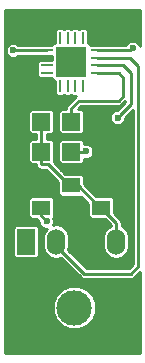
<source format=gbr>
G04 #@! TF.FileFunction,Copper,L2,Bot,Signal*
%FSLAX46Y46*%
G04 Gerber Fmt 4.6, Leading zero omitted, Abs format (unit mm)*
G04 Created by KiCad (PCBNEW 0.201601191447+6495~42~ubuntu14.04.1-product) date Wed 20 Jan 2016 18:36:10 CET*
%MOMM*%
G01*
G04 APERTURE LIST*
%ADD10C,0.200000*%
%ADD11R,1.000000X0.250000*%
%ADD12R,0.250000X1.000000*%
%ADD13R,2.600000X2.600000*%
%ADD14R,1.498600X1.300480*%
%ADD15R,1.524000X2.199640*%
%ADD16O,1.524000X2.199640*%
%ADD17R,1.501140X1.501140*%
%ADD18C,2.999740*%
%ADD19C,0.600000*%
%ADD20C,0.250000*%
%ADD21C,0.254000*%
G04 APERTURE END LIST*
D10*
D11*
X153289000Y-72707500D03*
X153289000Y-73342500D03*
X153289000Y-73977500D03*
X153289000Y-74612500D03*
D12*
X152082500Y-75755500D03*
X151447500Y-75755500D03*
X150812500Y-75755500D03*
X150177500Y-75755500D03*
D11*
X149034500Y-74612500D03*
X149034500Y-73977500D03*
X149034500Y-73342500D03*
X149034500Y-72707500D03*
D12*
X150177500Y-71628000D03*
X150812500Y-71628000D03*
X151447500Y-71628000D03*
X152082500Y-71628000D03*
D13*
X151130000Y-73660000D03*
D14*
X151130000Y-84137500D03*
X151130000Y-86042500D03*
X148590000Y-86042500D03*
X148590000Y-84137500D03*
X153670000Y-86042500D03*
X153670000Y-84137500D03*
D15*
X147320000Y-88900000D03*
D16*
X149860000Y-88900000D03*
X152400000Y-88900000D03*
X154940000Y-88900000D03*
D17*
X153670000Y-78740000D03*
X148590000Y-78740000D03*
X151130000Y-81280000D03*
X151130000Y-78740000D03*
X148590000Y-81280000D03*
X153670000Y-81280000D03*
D18*
X151384000Y-94488000D03*
D19*
X146189700Y-72710040D03*
X150450400Y-82731200D03*
X149052900Y-87200100D03*
X156324300Y-72511920D03*
X155050600Y-78398812D03*
X152397600Y-81274100D03*
D20*
X154940000Y-88900000D02*
X154937190Y-88902810D01*
X154937190Y-88902810D02*
X154937190Y-87309690D01*
X154937190Y-87309690D02*
X153670000Y-86042500D01*
X153670000Y-86042500D02*
X153570940Y-86042500D01*
X153570940Y-86042500D02*
X151665940Y-84137500D01*
X151665940Y-84137500D02*
X151130000Y-84137500D01*
X146192240Y-72707500D02*
X146189700Y-72710040D01*
X149034500Y-72707500D02*
X146192240Y-72707500D01*
X148590000Y-78740000D02*
X148590000Y-81280000D01*
X148590000Y-81280000D02*
X148590000Y-82355900D01*
X150972300Y-84137500D02*
X151130000Y-84137500D01*
X149190700Y-82355900D02*
X150972300Y-84137500D01*
X148590000Y-82355900D02*
X149190700Y-82355900D01*
X156044800Y-86413240D02*
X153769060Y-84137500D01*
X156044800Y-89695400D02*
X156044800Y-86413240D01*
X155377100Y-90363100D02*
X156044800Y-89695400D01*
X153525280Y-90363100D02*
X155377100Y-90363100D01*
X152400000Y-89237820D02*
X153525280Y-90363100D01*
X152400000Y-88900000D02*
X152400000Y-89237820D01*
X153769060Y-84137500D02*
X153670000Y-84137500D01*
X152400000Y-88900000D02*
X152400000Y-87238921D01*
X152400000Y-87238921D02*
X151209259Y-86048180D01*
X151209259Y-86048180D02*
X151135680Y-86048180D01*
X151135680Y-86048180D02*
X151130000Y-86042500D01*
X148590000Y-84137500D02*
X149125940Y-84137500D01*
X149125940Y-84137500D02*
X151030940Y-86042500D01*
X151030940Y-86042500D02*
X151130000Y-86042500D01*
X149127300Y-84137500D02*
X146420500Y-81430700D01*
X146420500Y-81430700D02*
X146420500Y-74017761D01*
X146420500Y-74017761D02*
X147094052Y-73344209D01*
X147094052Y-73344209D02*
X149032791Y-73344209D01*
X149032791Y-73344209D02*
X149034500Y-73342500D01*
X153670000Y-84137500D02*
X153670000Y-83162000D01*
X148590000Y-84137500D02*
X149127300Y-84137500D01*
X153670000Y-81280000D02*
X153670000Y-78740000D01*
X153670000Y-82731200D02*
X150450400Y-82731200D01*
X153670000Y-81280000D02*
X153670000Y-82731200D01*
X153670000Y-82731200D02*
X153670000Y-83162000D01*
X148590000Y-86042500D02*
X148590000Y-86262323D01*
X148590000Y-86262323D02*
X148578663Y-86273660D01*
X148578663Y-86273660D02*
X148578663Y-86725863D01*
X148578663Y-86725863D02*
X149052900Y-87200100D01*
X153289000Y-72707500D02*
X156128720Y-72707500D01*
X156128720Y-72707500D02*
X156324300Y-72511920D01*
X149860000Y-88900000D02*
X149860000Y-89237820D01*
X149860000Y-89237820D02*
X152247225Y-91625045D01*
X152247225Y-91625045D02*
X156169812Y-91625045D01*
X156169812Y-91625045D02*
X156797000Y-90997857D01*
X156797000Y-90997857D02*
X156797000Y-74063578D01*
X156797000Y-74063578D02*
X156075922Y-73342500D01*
X156075922Y-73342500D02*
X154039000Y-73342500D01*
X154039000Y-73342500D02*
X153289000Y-73342500D01*
X153289000Y-73977500D02*
X155528872Y-73977500D01*
X155528872Y-73977500D02*
X156162267Y-74610895D01*
X156162267Y-77287145D02*
X155350599Y-78098813D01*
X156162267Y-74610895D02*
X156162267Y-77287145D01*
X155350599Y-78098813D02*
X155050600Y-78398812D01*
X152391700Y-81280000D02*
X152397600Y-81274100D01*
X151130000Y-81280000D02*
X152391700Y-81280000D01*
X151790400Y-76962000D02*
X151130000Y-77622400D01*
X151130000Y-77622400D02*
X151130000Y-78740000D01*
X155143200Y-76962000D02*
X151790400Y-76962000D01*
X155549600Y-76555600D02*
X155143200Y-76962000D01*
X155549600Y-75031600D02*
X155549600Y-76555600D01*
X155130500Y-74612500D02*
X155549600Y-75031600D01*
X153289000Y-74612500D02*
X155130500Y-74612500D01*
X153289000Y-74612500D02*
X153664000Y-74612500D01*
D21*
G36*
X156946600Y-72376110D02*
X156856155Y-72157217D01*
X156679931Y-71980685D01*
X156449565Y-71885029D01*
X156200129Y-71884811D01*
X155969597Y-71980065D01*
X155793065Y-72156289D01*
X155751869Y-72255500D01*
X153821205Y-72255500D01*
X153789000Y-72249094D01*
X152789000Y-72249094D01*
X152743159Y-72258212D01*
X152738027Y-72232411D01*
X152665754Y-72124246D01*
X152557589Y-72051973D01*
X152540906Y-72048655D01*
X152540906Y-71128000D01*
X152515527Y-71000411D01*
X152443254Y-70892246D01*
X152335089Y-70819973D01*
X152207500Y-70794594D01*
X151957500Y-70794594D01*
X151829911Y-70819973D01*
X151765000Y-70863345D01*
X151700089Y-70819973D01*
X151572500Y-70794594D01*
X151322500Y-70794594D01*
X151194911Y-70819973D01*
X151130000Y-70863345D01*
X151065089Y-70819973D01*
X150937500Y-70794594D01*
X150687500Y-70794594D01*
X150559911Y-70819973D01*
X150495000Y-70863345D01*
X150430089Y-70819973D01*
X150302500Y-70794594D01*
X150052500Y-70794594D01*
X149924911Y-70819973D01*
X149816746Y-70892246D01*
X149744473Y-71000411D01*
X149719094Y-71128000D01*
X149719094Y-72048655D01*
X149702411Y-72051973D01*
X149594246Y-72124246D01*
X149521973Y-72232411D01*
X149518655Y-72249094D01*
X148534500Y-72249094D01*
X148502295Y-72255500D01*
X146621892Y-72255500D01*
X146545331Y-72178805D01*
X146314965Y-72083149D01*
X146065529Y-72082931D01*
X145834997Y-72178185D01*
X145658465Y-72354409D01*
X145562809Y-72584775D01*
X145562591Y-72834211D01*
X145657845Y-73064743D01*
X145834069Y-73241275D01*
X146064435Y-73336931D01*
X146313871Y-73337149D01*
X146544403Y-73241895D01*
X146626942Y-73159500D01*
X148502295Y-73159500D01*
X148534500Y-73165906D01*
X149496594Y-73165906D01*
X149496594Y-73519094D01*
X148534500Y-73519094D01*
X148406911Y-73544473D01*
X148298746Y-73616746D01*
X148226473Y-73724911D01*
X148201094Y-73852500D01*
X148201094Y-74102500D01*
X148226473Y-74230089D01*
X148269845Y-74295000D01*
X148226473Y-74359911D01*
X148201094Y-74487500D01*
X148201094Y-74737500D01*
X148226473Y-74865089D01*
X148298746Y-74973254D01*
X148406911Y-75045527D01*
X148534500Y-75070906D01*
X149518655Y-75070906D01*
X149521973Y-75087589D01*
X149594246Y-75195754D01*
X149702411Y-75268027D01*
X149719094Y-75271345D01*
X149719094Y-76255500D01*
X149744473Y-76383089D01*
X149816746Y-76491254D01*
X149924911Y-76563527D01*
X150052500Y-76588906D01*
X150302500Y-76588906D01*
X150430089Y-76563527D01*
X150495000Y-76520155D01*
X150559911Y-76563527D01*
X150687500Y-76588906D01*
X150937500Y-76588906D01*
X151065089Y-76563527D01*
X151130000Y-76520155D01*
X151194911Y-76563527D01*
X151322500Y-76588906D01*
X151550828Y-76588906D01*
X151470788Y-76642387D01*
X150810388Y-77302788D01*
X150712406Y-77449427D01*
X150678000Y-77622400D01*
X150678000Y-77656024D01*
X150379430Y-77656024D01*
X150251841Y-77681403D01*
X150143676Y-77753676D01*
X150071403Y-77861841D01*
X150046024Y-77989430D01*
X150046024Y-79490570D01*
X150071403Y-79618159D01*
X150143676Y-79726324D01*
X150251841Y-79798597D01*
X150379430Y-79823976D01*
X151880570Y-79823976D01*
X152008159Y-79798597D01*
X152116324Y-79726324D01*
X152188597Y-79618159D01*
X152213976Y-79490570D01*
X152213976Y-77989430D01*
X152188597Y-77861841D01*
X152116324Y-77753676D01*
X152008159Y-77681403D01*
X151880570Y-77656024D01*
X151735600Y-77656024D01*
X151977625Y-77414000D01*
X155143200Y-77414000D01*
X155316173Y-77379594D01*
X155462812Y-77281612D01*
X155710267Y-77034158D01*
X155710267Y-77099921D01*
X155038387Y-77771801D01*
X154926429Y-77771703D01*
X154695897Y-77866957D01*
X154519365Y-78043181D01*
X154423709Y-78273547D01*
X154423491Y-78522983D01*
X154518745Y-78753515D01*
X154694969Y-78930047D01*
X154925335Y-79025703D01*
X155174771Y-79025921D01*
X155405303Y-78930667D01*
X155581835Y-78754443D01*
X155677491Y-78524077D01*
X155677590Y-78411046D01*
X156345000Y-77743636D01*
X156345000Y-90810633D01*
X155982588Y-91173045D01*
X152434449Y-91173045D01*
X150879015Y-89617611D01*
X150949000Y-89265773D01*
X150949000Y-88534227D01*
X150866105Y-88117485D01*
X150630039Y-87764188D01*
X150276742Y-87528122D01*
X149860000Y-87445227D01*
X149609315Y-87495091D01*
X149679791Y-87325365D01*
X149680009Y-87075929D01*
X149602264Y-86887771D01*
X149647327Y-86820329D01*
X149672706Y-86692740D01*
X149672706Y-85392260D01*
X149647327Y-85264671D01*
X149575054Y-85156506D01*
X149466889Y-85084233D01*
X149339300Y-85058854D01*
X147840700Y-85058854D01*
X147713111Y-85084233D01*
X147604946Y-85156506D01*
X147532673Y-85264671D01*
X147507294Y-85392260D01*
X147507294Y-86692740D01*
X147532673Y-86820329D01*
X147604946Y-86928494D01*
X147713111Y-87000767D01*
X147840700Y-87026146D01*
X148246136Y-87026146D01*
X148259051Y-87045475D01*
X148425889Y-87212313D01*
X148425791Y-87324271D01*
X148521045Y-87554803D01*
X148697269Y-87731335D01*
X148927635Y-87826991D01*
X149047927Y-87827096D01*
X148853895Y-88117485D01*
X148771000Y-88534227D01*
X148771000Y-89265773D01*
X148853895Y-89682515D01*
X149089961Y-90035812D01*
X149443258Y-90271878D01*
X149860000Y-90354773D01*
X150258469Y-90275513D01*
X151927613Y-91944657D01*
X152074252Y-92042639D01*
X152247225Y-92077045D01*
X156169812Y-92077045D01*
X156342785Y-92042639D01*
X156489424Y-91944657D01*
X156946600Y-91487481D01*
X156946600Y-98323400D01*
X145516600Y-98323400D01*
X145516600Y-94849793D01*
X149556814Y-94849793D01*
X149834352Y-95521487D01*
X150347810Y-96035842D01*
X151019019Y-96314552D01*
X151745793Y-96315186D01*
X152417487Y-96037648D01*
X152931842Y-95524190D01*
X153210552Y-94852981D01*
X153211186Y-94126207D01*
X152933648Y-93454513D01*
X152420190Y-92940158D01*
X151748981Y-92661448D01*
X151022207Y-92660814D01*
X150350513Y-92938352D01*
X149836158Y-93451810D01*
X149557448Y-94123019D01*
X149556814Y-94849793D01*
X145516600Y-94849793D01*
X145516600Y-87800180D01*
X146224594Y-87800180D01*
X146224594Y-89999820D01*
X146249973Y-90127409D01*
X146322246Y-90235574D01*
X146430411Y-90307847D01*
X146558000Y-90333226D01*
X148082000Y-90333226D01*
X148209589Y-90307847D01*
X148317754Y-90235574D01*
X148390027Y-90127409D01*
X148415406Y-89999820D01*
X148415406Y-87800180D01*
X148390027Y-87672591D01*
X148317754Y-87564426D01*
X148209589Y-87492153D01*
X148082000Y-87466774D01*
X146558000Y-87466774D01*
X146430411Y-87492153D01*
X146322246Y-87564426D01*
X146249973Y-87672591D01*
X146224594Y-87800180D01*
X145516600Y-87800180D01*
X145516600Y-77989430D01*
X147506024Y-77989430D01*
X147506024Y-79490570D01*
X147531403Y-79618159D01*
X147603676Y-79726324D01*
X147711841Y-79798597D01*
X147839430Y-79823976D01*
X148138000Y-79823976D01*
X148138000Y-80196024D01*
X147839430Y-80196024D01*
X147711841Y-80221403D01*
X147603676Y-80293676D01*
X147531403Y-80401841D01*
X147506024Y-80529430D01*
X147506024Y-82030570D01*
X147531403Y-82158159D01*
X147603676Y-82266324D01*
X147711841Y-82338597D01*
X147839430Y-82363976D01*
X148139606Y-82363976D01*
X148172406Y-82528873D01*
X148270388Y-82675512D01*
X148417027Y-82773494D01*
X148590000Y-82807900D01*
X149003476Y-82807900D01*
X150047294Y-83851718D01*
X150047294Y-84787740D01*
X150072673Y-84915329D01*
X150144946Y-85023494D01*
X150253111Y-85095767D01*
X150380700Y-85121146D01*
X151879300Y-85121146D01*
X151988617Y-85099401D01*
X152587294Y-85698078D01*
X152587294Y-86692740D01*
X152612673Y-86820329D01*
X152684946Y-86928494D01*
X152793111Y-87000767D01*
X152920700Y-87026146D01*
X154014422Y-87026146D01*
X154485190Y-87496914D01*
X154485190Y-87553558D01*
X154169961Y-87764188D01*
X153933895Y-88117485D01*
X153851000Y-88534227D01*
X153851000Y-89265773D01*
X153933895Y-89682515D01*
X154169961Y-90035812D01*
X154523258Y-90271878D01*
X154940000Y-90354773D01*
X155356742Y-90271878D01*
X155710039Y-90035812D01*
X155946105Y-89682515D01*
X156029000Y-89265773D01*
X156029000Y-88534227D01*
X155946105Y-88117485D01*
X155710039Y-87764188D01*
X155389190Y-87549803D01*
X155389190Y-87309690D01*
X155354784Y-87136717D01*
X155256802Y-86990078D01*
X154752706Y-86485982D01*
X154752706Y-85392260D01*
X154727327Y-85264671D01*
X154655054Y-85156506D01*
X154546889Y-85084233D01*
X154419300Y-85058854D01*
X153226518Y-85058854D01*
X152212706Y-84045042D01*
X152212706Y-83487260D01*
X152187327Y-83359671D01*
X152115054Y-83251506D01*
X152006889Y-83179233D01*
X151879300Y-83153854D01*
X150627878Y-83153854D01*
X149642023Y-82167999D01*
X149648597Y-82158159D01*
X149673976Y-82030570D01*
X149673976Y-80529430D01*
X150046024Y-80529430D01*
X150046024Y-82030570D01*
X150071403Y-82158159D01*
X150143676Y-82266324D01*
X150251841Y-82338597D01*
X150379430Y-82363976D01*
X151880570Y-82363976D01*
X152008159Y-82338597D01*
X152116324Y-82266324D01*
X152188597Y-82158159D01*
X152213976Y-82030570D01*
X152213976Y-81876758D01*
X152272335Y-81900991D01*
X152521771Y-81901209D01*
X152752303Y-81805955D01*
X152928835Y-81629731D01*
X153024491Y-81399365D01*
X153024709Y-81149929D01*
X152929455Y-80919397D01*
X152753231Y-80742865D01*
X152522865Y-80647209D01*
X152273429Y-80646991D01*
X152213976Y-80671557D01*
X152213976Y-80529430D01*
X152188597Y-80401841D01*
X152116324Y-80293676D01*
X152008159Y-80221403D01*
X151880570Y-80196024D01*
X150379430Y-80196024D01*
X150251841Y-80221403D01*
X150143676Y-80293676D01*
X150071403Y-80401841D01*
X150046024Y-80529430D01*
X149673976Y-80529430D01*
X149648597Y-80401841D01*
X149576324Y-80293676D01*
X149468159Y-80221403D01*
X149340570Y-80196024D01*
X149042000Y-80196024D01*
X149042000Y-79823976D01*
X149340570Y-79823976D01*
X149468159Y-79798597D01*
X149576324Y-79726324D01*
X149648597Y-79618159D01*
X149673976Y-79490570D01*
X149673976Y-77989430D01*
X149648597Y-77861841D01*
X149576324Y-77753676D01*
X149468159Y-77681403D01*
X149340570Y-77656024D01*
X147839430Y-77656024D01*
X147711841Y-77681403D01*
X147603676Y-77753676D01*
X147531403Y-77861841D01*
X147506024Y-77989430D01*
X145516600Y-77989430D01*
X145516600Y-69265800D01*
X156946600Y-69265800D01*
X156946600Y-72376110D01*
X156946600Y-72376110D01*
G37*
X156946600Y-72376110D02*
X156856155Y-72157217D01*
X156679931Y-71980685D01*
X156449565Y-71885029D01*
X156200129Y-71884811D01*
X155969597Y-71980065D01*
X155793065Y-72156289D01*
X155751869Y-72255500D01*
X153821205Y-72255500D01*
X153789000Y-72249094D01*
X152789000Y-72249094D01*
X152743159Y-72258212D01*
X152738027Y-72232411D01*
X152665754Y-72124246D01*
X152557589Y-72051973D01*
X152540906Y-72048655D01*
X152540906Y-71128000D01*
X152515527Y-71000411D01*
X152443254Y-70892246D01*
X152335089Y-70819973D01*
X152207500Y-70794594D01*
X151957500Y-70794594D01*
X151829911Y-70819973D01*
X151765000Y-70863345D01*
X151700089Y-70819973D01*
X151572500Y-70794594D01*
X151322500Y-70794594D01*
X151194911Y-70819973D01*
X151130000Y-70863345D01*
X151065089Y-70819973D01*
X150937500Y-70794594D01*
X150687500Y-70794594D01*
X150559911Y-70819973D01*
X150495000Y-70863345D01*
X150430089Y-70819973D01*
X150302500Y-70794594D01*
X150052500Y-70794594D01*
X149924911Y-70819973D01*
X149816746Y-70892246D01*
X149744473Y-71000411D01*
X149719094Y-71128000D01*
X149719094Y-72048655D01*
X149702411Y-72051973D01*
X149594246Y-72124246D01*
X149521973Y-72232411D01*
X149518655Y-72249094D01*
X148534500Y-72249094D01*
X148502295Y-72255500D01*
X146621892Y-72255500D01*
X146545331Y-72178805D01*
X146314965Y-72083149D01*
X146065529Y-72082931D01*
X145834997Y-72178185D01*
X145658465Y-72354409D01*
X145562809Y-72584775D01*
X145562591Y-72834211D01*
X145657845Y-73064743D01*
X145834069Y-73241275D01*
X146064435Y-73336931D01*
X146313871Y-73337149D01*
X146544403Y-73241895D01*
X146626942Y-73159500D01*
X148502295Y-73159500D01*
X148534500Y-73165906D01*
X149496594Y-73165906D01*
X149496594Y-73519094D01*
X148534500Y-73519094D01*
X148406911Y-73544473D01*
X148298746Y-73616746D01*
X148226473Y-73724911D01*
X148201094Y-73852500D01*
X148201094Y-74102500D01*
X148226473Y-74230089D01*
X148269845Y-74295000D01*
X148226473Y-74359911D01*
X148201094Y-74487500D01*
X148201094Y-74737500D01*
X148226473Y-74865089D01*
X148298746Y-74973254D01*
X148406911Y-75045527D01*
X148534500Y-75070906D01*
X149518655Y-75070906D01*
X149521973Y-75087589D01*
X149594246Y-75195754D01*
X149702411Y-75268027D01*
X149719094Y-75271345D01*
X149719094Y-76255500D01*
X149744473Y-76383089D01*
X149816746Y-76491254D01*
X149924911Y-76563527D01*
X150052500Y-76588906D01*
X150302500Y-76588906D01*
X150430089Y-76563527D01*
X150495000Y-76520155D01*
X150559911Y-76563527D01*
X150687500Y-76588906D01*
X150937500Y-76588906D01*
X151065089Y-76563527D01*
X151130000Y-76520155D01*
X151194911Y-76563527D01*
X151322500Y-76588906D01*
X151550828Y-76588906D01*
X151470788Y-76642387D01*
X150810388Y-77302788D01*
X150712406Y-77449427D01*
X150678000Y-77622400D01*
X150678000Y-77656024D01*
X150379430Y-77656024D01*
X150251841Y-77681403D01*
X150143676Y-77753676D01*
X150071403Y-77861841D01*
X150046024Y-77989430D01*
X150046024Y-79490570D01*
X150071403Y-79618159D01*
X150143676Y-79726324D01*
X150251841Y-79798597D01*
X150379430Y-79823976D01*
X151880570Y-79823976D01*
X152008159Y-79798597D01*
X152116324Y-79726324D01*
X152188597Y-79618159D01*
X152213976Y-79490570D01*
X152213976Y-77989430D01*
X152188597Y-77861841D01*
X152116324Y-77753676D01*
X152008159Y-77681403D01*
X151880570Y-77656024D01*
X151735600Y-77656024D01*
X151977625Y-77414000D01*
X155143200Y-77414000D01*
X155316173Y-77379594D01*
X155462812Y-77281612D01*
X155710267Y-77034158D01*
X155710267Y-77099921D01*
X155038387Y-77771801D01*
X154926429Y-77771703D01*
X154695897Y-77866957D01*
X154519365Y-78043181D01*
X154423709Y-78273547D01*
X154423491Y-78522983D01*
X154518745Y-78753515D01*
X154694969Y-78930047D01*
X154925335Y-79025703D01*
X155174771Y-79025921D01*
X155405303Y-78930667D01*
X155581835Y-78754443D01*
X155677491Y-78524077D01*
X155677590Y-78411046D01*
X156345000Y-77743636D01*
X156345000Y-90810633D01*
X155982588Y-91173045D01*
X152434449Y-91173045D01*
X150879015Y-89617611D01*
X150949000Y-89265773D01*
X150949000Y-88534227D01*
X150866105Y-88117485D01*
X150630039Y-87764188D01*
X150276742Y-87528122D01*
X149860000Y-87445227D01*
X149609315Y-87495091D01*
X149679791Y-87325365D01*
X149680009Y-87075929D01*
X149602264Y-86887771D01*
X149647327Y-86820329D01*
X149672706Y-86692740D01*
X149672706Y-85392260D01*
X149647327Y-85264671D01*
X149575054Y-85156506D01*
X149466889Y-85084233D01*
X149339300Y-85058854D01*
X147840700Y-85058854D01*
X147713111Y-85084233D01*
X147604946Y-85156506D01*
X147532673Y-85264671D01*
X147507294Y-85392260D01*
X147507294Y-86692740D01*
X147532673Y-86820329D01*
X147604946Y-86928494D01*
X147713111Y-87000767D01*
X147840700Y-87026146D01*
X148246136Y-87026146D01*
X148259051Y-87045475D01*
X148425889Y-87212313D01*
X148425791Y-87324271D01*
X148521045Y-87554803D01*
X148697269Y-87731335D01*
X148927635Y-87826991D01*
X149047927Y-87827096D01*
X148853895Y-88117485D01*
X148771000Y-88534227D01*
X148771000Y-89265773D01*
X148853895Y-89682515D01*
X149089961Y-90035812D01*
X149443258Y-90271878D01*
X149860000Y-90354773D01*
X150258469Y-90275513D01*
X151927613Y-91944657D01*
X152074252Y-92042639D01*
X152247225Y-92077045D01*
X156169812Y-92077045D01*
X156342785Y-92042639D01*
X156489424Y-91944657D01*
X156946600Y-91487481D01*
X156946600Y-98323400D01*
X145516600Y-98323400D01*
X145516600Y-94849793D01*
X149556814Y-94849793D01*
X149834352Y-95521487D01*
X150347810Y-96035842D01*
X151019019Y-96314552D01*
X151745793Y-96315186D01*
X152417487Y-96037648D01*
X152931842Y-95524190D01*
X153210552Y-94852981D01*
X153211186Y-94126207D01*
X152933648Y-93454513D01*
X152420190Y-92940158D01*
X151748981Y-92661448D01*
X151022207Y-92660814D01*
X150350513Y-92938352D01*
X149836158Y-93451810D01*
X149557448Y-94123019D01*
X149556814Y-94849793D01*
X145516600Y-94849793D01*
X145516600Y-87800180D01*
X146224594Y-87800180D01*
X146224594Y-89999820D01*
X146249973Y-90127409D01*
X146322246Y-90235574D01*
X146430411Y-90307847D01*
X146558000Y-90333226D01*
X148082000Y-90333226D01*
X148209589Y-90307847D01*
X148317754Y-90235574D01*
X148390027Y-90127409D01*
X148415406Y-89999820D01*
X148415406Y-87800180D01*
X148390027Y-87672591D01*
X148317754Y-87564426D01*
X148209589Y-87492153D01*
X148082000Y-87466774D01*
X146558000Y-87466774D01*
X146430411Y-87492153D01*
X146322246Y-87564426D01*
X146249973Y-87672591D01*
X146224594Y-87800180D01*
X145516600Y-87800180D01*
X145516600Y-77989430D01*
X147506024Y-77989430D01*
X147506024Y-79490570D01*
X147531403Y-79618159D01*
X147603676Y-79726324D01*
X147711841Y-79798597D01*
X147839430Y-79823976D01*
X148138000Y-79823976D01*
X148138000Y-80196024D01*
X147839430Y-80196024D01*
X147711841Y-80221403D01*
X147603676Y-80293676D01*
X147531403Y-80401841D01*
X147506024Y-80529430D01*
X147506024Y-82030570D01*
X147531403Y-82158159D01*
X147603676Y-82266324D01*
X147711841Y-82338597D01*
X147839430Y-82363976D01*
X148139606Y-82363976D01*
X148172406Y-82528873D01*
X148270388Y-82675512D01*
X148417027Y-82773494D01*
X148590000Y-82807900D01*
X149003476Y-82807900D01*
X150047294Y-83851718D01*
X150047294Y-84787740D01*
X150072673Y-84915329D01*
X150144946Y-85023494D01*
X150253111Y-85095767D01*
X150380700Y-85121146D01*
X151879300Y-85121146D01*
X151988617Y-85099401D01*
X152587294Y-85698078D01*
X152587294Y-86692740D01*
X152612673Y-86820329D01*
X152684946Y-86928494D01*
X152793111Y-87000767D01*
X152920700Y-87026146D01*
X154014422Y-87026146D01*
X154485190Y-87496914D01*
X154485190Y-87553558D01*
X154169961Y-87764188D01*
X153933895Y-88117485D01*
X153851000Y-88534227D01*
X153851000Y-89265773D01*
X153933895Y-89682515D01*
X154169961Y-90035812D01*
X154523258Y-90271878D01*
X154940000Y-90354773D01*
X155356742Y-90271878D01*
X155710039Y-90035812D01*
X155946105Y-89682515D01*
X156029000Y-89265773D01*
X156029000Y-88534227D01*
X155946105Y-88117485D01*
X155710039Y-87764188D01*
X155389190Y-87549803D01*
X155389190Y-87309690D01*
X155354784Y-87136717D01*
X155256802Y-86990078D01*
X154752706Y-86485982D01*
X154752706Y-85392260D01*
X154727327Y-85264671D01*
X154655054Y-85156506D01*
X154546889Y-85084233D01*
X154419300Y-85058854D01*
X153226518Y-85058854D01*
X152212706Y-84045042D01*
X152212706Y-83487260D01*
X152187327Y-83359671D01*
X152115054Y-83251506D01*
X152006889Y-83179233D01*
X151879300Y-83153854D01*
X150627878Y-83153854D01*
X149642023Y-82167999D01*
X149648597Y-82158159D01*
X149673976Y-82030570D01*
X149673976Y-80529430D01*
X150046024Y-80529430D01*
X150046024Y-82030570D01*
X150071403Y-82158159D01*
X150143676Y-82266324D01*
X150251841Y-82338597D01*
X150379430Y-82363976D01*
X151880570Y-82363976D01*
X152008159Y-82338597D01*
X152116324Y-82266324D01*
X152188597Y-82158159D01*
X152213976Y-82030570D01*
X152213976Y-81876758D01*
X152272335Y-81900991D01*
X152521771Y-81901209D01*
X152752303Y-81805955D01*
X152928835Y-81629731D01*
X153024491Y-81399365D01*
X153024709Y-81149929D01*
X152929455Y-80919397D01*
X152753231Y-80742865D01*
X152522865Y-80647209D01*
X152273429Y-80646991D01*
X152213976Y-80671557D01*
X152213976Y-80529430D01*
X152188597Y-80401841D01*
X152116324Y-80293676D01*
X152008159Y-80221403D01*
X151880570Y-80196024D01*
X150379430Y-80196024D01*
X150251841Y-80221403D01*
X150143676Y-80293676D01*
X150071403Y-80401841D01*
X150046024Y-80529430D01*
X149673976Y-80529430D01*
X149648597Y-80401841D01*
X149576324Y-80293676D01*
X149468159Y-80221403D01*
X149340570Y-80196024D01*
X149042000Y-80196024D01*
X149042000Y-79823976D01*
X149340570Y-79823976D01*
X149468159Y-79798597D01*
X149576324Y-79726324D01*
X149648597Y-79618159D01*
X149673976Y-79490570D01*
X149673976Y-77989430D01*
X149648597Y-77861841D01*
X149576324Y-77753676D01*
X149468159Y-77681403D01*
X149340570Y-77656024D01*
X147839430Y-77656024D01*
X147711841Y-77681403D01*
X147603676Y-77753676D01*
X147531403Y-77861841D01*
X147506024Y-77989430D01*
X145516600Y-77989430D01*
X145516600Y-69265800D01*
X156946600Y-69265800D01*
X156946600Y-72376110D01*
M02*

</source>
